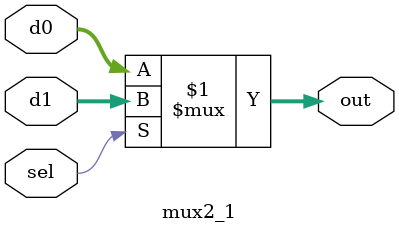
<source format=v>
module mux2_1
(
	d0,
	d1,
	sel,
	out
);

	parameter n = 32;
	
	input [n-1:0] d0, d1;
	input sel;
	output [n-1:0] out;

	assign out = (sel) ? d1 : d0;

endmodule

</source>
